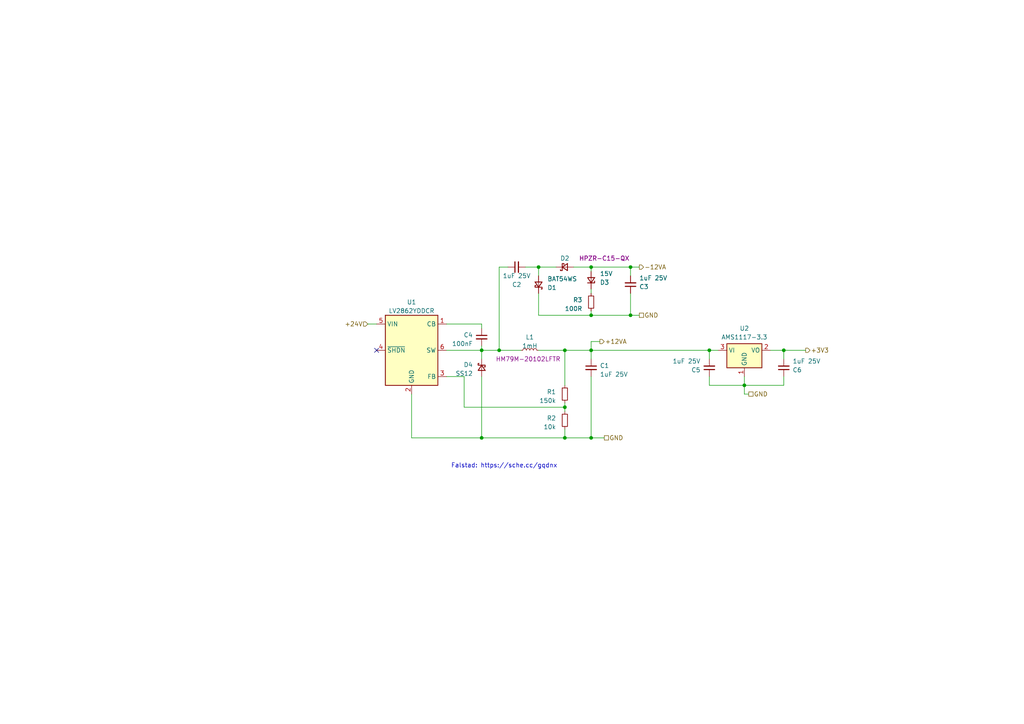
<source format=kicad_sch>
(kicad_sch (version 20230121) (generator eeschema)
  (paper "A4")
  (title_block (title "Power") (date "2023-04-27") (rev "1.0.0") (comment 1 "+12V: 10-50mA") (comment 2 "-12V: 0-15mA") (comment 3 " +5V: 10-50mA"))
  (lib_symbols
    (symbol "Converter_DCDC:LV2862YDDCR"
      (property "Reference" "U" (at 0 15.24 0))
      (property "Value" "LV2862YDDCR" (at 0 12.7 0))
      (symbol "LV2862YDDCR_0_1"
        (rectangle (start -7.62 10.16) (end 7.62 -10.16) (stroke (width 0.254)) (fill (type background)))
      )
      (symbol "LV2862YDDCR_1_1"
        (pin passive line (at 10.16 7.62 180) (length 2.54) (name "CB") (number "1"))
        (pin power_in line (at 0 -12.7 90) (length 2.54) (name "GND") (number "2"))
        (pin input line (at 10.16 -7.62 180) (length 2.54) (name "FB") (number "3"))
        (pin input line (at -10.16 0 0) (length 2.54) (name "~{SHDN}") (number "4"))
        (pin power_in line (at -10.16 7.62 0) (length 2.54) (name "VIN") (number "5"))
        (pin passive line (at 10.16 0 180) (length 2.54) (name "SW") (number "6"))
      )
    )
    (symbol "Device:C_Small" (pin_numbers hide) (pin_names (offset 0.254) hide)
      (property "Reference" "C" (at 0.254 1.778 0))
      (property "Value" "C_Small" (at 0.254 -2.032 0))
      (symbol "C_Small_0_1"
        (polyline (pts (xy -1.524 -0.508) (xy 1.524 -0.508)) (stroke (width 0.3302)))
        (polyline (pts (xy -1.524 0.508) (xy 1.524 0.508)) (stroke (width 0.3048)))
      )
      (symbol "C_Small_1_1"
        (pin passive line (at 0 2.54 270) (length 2.032) (name "~") (number "1"))
        (pin passive line (at 0 -2.54 90) (length 2.032) (name "~") (number "2"))
      )
    )
    (symbol "Device:D_Schottky_Small" (pin_numbers hide) (pin_names (offset 0.254) hide)
      (property "Reference" "D" (at -1.27 2.032 0))
      (property "Value" "D_Schottky_Small" (at -7.112 -2.032 0))
      (symbol "D_Schottky_Small_0_1"
        (polyline (pts (xy -0.762 0) (xy 0.762 0)))
        (polyline (pts (xy 0.762 -1.016) (xy -0.762 0) (xy 0.762 1.016) (xy 0.762 -1.016)) (stroke (width 0.254)))
        (polyline (pts (xy -1.27 0.762) (xy -1.27 1.016) (xy -0.762 1.016) (xy -0.762 -1.016) (xy -0.254 -1.016) (xy -0.254 -0.762)) (stroke (width 0.254)))
      )
      (symbol "D_Schottky_Small_1_1"
        (pin passive line (at -2.54 0 0) (length 1.778) (name "K") (number "1"))
        (pin passive line (at 2.54 0 180) (length 1.778) (name "A") (number "2"))
      )
    )
    (symbol "Device:D_Zener_Small" (pin_numbers hide) (pin_names (offset 0.254) hide)
      (property "Reference" "D" (at 0 2.286 0))
      (property "Value" "D_Zener_Small" (at 0 -2.286 0))
      (symbol "D_Zener_Small_0_1"
        (polyline (pts (xy 0.762 0) (xy -0.762 0)))
        (polyline (pts (xy -0.254 1.016) (xy -0.762 1.016) (xy -0.762 -1.016)) (stroke (width 0.254)))
        (polyline (pts (xy 0.762 1.016) (xy -0.762 0) (xy 0.762 -1.016) (xy 0.762 1.016)) (stroke (width 0.254)))
      )
      (symbol "D_Zener_Small_1_1"
        (pin passive line (at -2.54 0 0) (length 1.778) (name "K") (number "1"))
        (pin passive line (at 2.54 0 180) (length 1.778) (name "A") (number "2"))
      )
    )
    (symbol "Device:L_Small" (pin_numbers hide) (pin_names (offset 0.254) hide)
      (property "Reference" "L" (at 0.762 1.016 0))
      (property "Value" "L_Small" (at 0.762 -1.016 0))
      (symbol "L_Small_0_1"
        (arc (start 0 -2.032) (mid 0.5058 -1.524) (end 0 -1.016))
        (arc (start 0 -1.016) (mid 0.5058 -0.508) (end 0 0))
        (arc (start 0 0) (mid 0.5058 0.508) (end 0 1.016))
        (arc (start 0 1.016) (mid 0.5058 1.524) (end 0 2.032))
      )
      (symbol "L_Small_1_1"
        (pin passive line (at 0 2.54 270) (length 0.508) (name "~") (number "1"))
        (pin passive line (at 0 -2.54 90) (length 0.508) (name "~") (number "2"))
      )
    )
    (symbol "Device:R_Small" (pin_numbers hide) (pin_names (offset 0.254) hide)
      (property "Reference" "R" (at 0.762 0.508 0))
      (property "Value" "R_Small" (at 0.762 -1.016 0))
      (symbol "R_Small_0_1"
        (rectangle (start -0.762 1.778) (end 0.762 -1.778) (stroke (width 0.2032)))
      )
      (symbol "R_Small_1_1"
        (pin passive line (at 0 2.54 270) (length 0.762) (name "~") (number "1"))
        (pin passive line (at 0 -2.54 90) (length 0.762) (name "~") (number "2"))
      )
    )
    (symbol "Regulator_Linear:AMS1117-3.3"
      (property "Reference" "U" (at -3.81 3.175 0))
      (property "Value" "AMS1117-3.3" (at 0 3.175 0))
      (symbol "AMS1117-3.3_0_1"
        (rectangle (start -5.08 -5.08) (end 5.08 1.905) (stroke (width 0.254)) (fill (type background)))
      )
      (symbol "AMS1117-3.3_1_1"
        (pin power_in line (at 0 -7.62 90) (length 2.54) (name "GND") (number "1"))
        (pin power_out line (at 7.62 0 180) (length 2.54) (name "VO") (number "2"))
        (pin power_in line (at -7.62 0 0) (length 2.54) (name "VI") (number "3"))
      )
    )
  )
  (junction (at 156.21 77.47))
  (junction (at 163.83 101.6))
  (junction (at 163.83 127))
  (junction (at 171.45 91.44))
  (junction (at 182.88 91.44))
  (junction (at 171.45 127))
  (junction (at 171.45 101.6))
  (junction (at 182.88 77.47))
  (junction (at 144.78 101.6))
  (junction (at 171.45 77.47))
  (junction (at 163.83 118.11))
  (junction (at 205.74 101.6))
  (junction (at 227.33 101.6))
  (junction (at 139.7 127))
  (junction (at 139.7 101.6))
  (junction (at 215.9 111.76))
  (no_connect (at 109.22 101.6))
  (wire (pts (xy 171.45 127) (xy 175.26 127)))
  (wire (pts (xy 171.45 91.44) (xy 182.88 91.44)))
  (wire (pts (xy 139.7 101.6) (xy 139.7 104.14)))
  (wire (pts (xy 223.52 101.6) (xy 227.33 101.6)))
  (wire (pts (xy 134.62 118.11) (xy 134.62 109.22)))
  (wire (pts (xy 171.45 99.06) (xy 171.45 101.6)))
  (wire (pts (xy 139.7 100.33) (xy 139.7 101.6)))
  (wire (pts (xy 171.45 91.44) (xy 156.21 91.44)))
  (wire (pts (xy 106.68 93.98) (xy 109.22 93.98)))
  (wire (pts (xy 163.83 118.11) (xy 134.62 118.11)))
  (wire (pts (xy 185.42 91.44) (xy 182.88 91.44)))
  (wire (pts (xy 171.45 127) (xy 163.83 127)))
  (wire (pts (xy 144.78 77.47) (xy 144.78 101.6)))
  (wire (pts (xy 139.7 93.98) (xy 129.54 93.98)))
  (wire (pts (xy 215.9 111.76) (xy 205.74 111.76)))
  (wire (pts (xy 171.45 101.6) (xy 205.74 101.6)))
  (wire (pts (xy 171.45 90.17) (xy 171.45 91.44)))
  (wire (pts (xy 227.33 101.6) (xy 227.33 104.14)))
  (wire (pts (xy 139.7 127) (xy 119.38 127)))
  (wire (pts (xy 163.83 116.84) (xy 163.83 118.11)))
  (wire (pts (xy 182.88 77.47) (xy 185.42 77.47)))
  (wire (pts (xy 156.21 77.47) (xy 156.21 80.01)))
  (wire (pts (xy 227.33 101.6) (xy 233.68 101.6)))
  (wire (pts (xy 215.9 114.3) (xy 217.17 114.3)))
  (wire (pts (xy 182.88 77.47) (xy 182.88 80.01)))
  (wire (pts (xy 152.4 77.47) (xy 156.21 77.47)))
  (wire (pts (xy 139.7 95.25) (xy 139.7 93.98)))
  (wire (pts (xy 227.33 111.76) (xy 215.9 111.76)))
  (wire (pts (xy 227.33 109.22) (xy 227.33 111.76)))
  (wire (pts (xy 161.29 77.47) (xy 156.21 77.47)))
  (wire (pts (xy 163.83 127) (xy 163.83 124.46)))
  (wire (pts (xy 163.83 101.6) (xy 163.83 111.76)))
  (wire (pts (xy 163.83 127) (xy 139.7 127)))
  (wire (pts (xy 171.45 101.6) (xy 171.45 104.14)))
  (wire (pts (xy 139.7 101.6) (xy 144.78 101.6)))
  (wire (pts (xy 163.83 101.6) (xy 171.45 101.6)))
  (wire (pts (xy 215.9 109.22) (xy 215.9 111.76)))
  (wire (pts (xy 119.38 114.3) (xy 119.38 127)))
  (wire (pts (xy 163.83 118.11) (xy 163.83 119.38)))
  (wire (pts (xy 171.45 99.06) (xy 173.99 99.06)))
  (wire (pts (xy 215.9 114.3) (xy 215.9 111.76)))
  (wire (pts (xy 182.88 85.09) (xy 182.88 91.44)))
  (wire (pts (xy 139.7 109.22) (xy 139.7 127)))
  (wire (pts (xy 171.45 83.82) (xy 171.45 85.09)))
  (wire (pts (xy 144.78 77.47) (xy 147.32 77.47)))
  (wire (pts (xy 205.74 109.22) (xy 205.74 111.76)))
  (wire (pts (xy 205.74 101.6) (xy 205.74 104.14)))
  (wire (pts (xy 134.62 109.22) (xy 129.54 109.22)))
  (wire (pts (xy 171.45 77.47) (xy 171.45 78.74)))
  (wire (pts (xy 205.74 101.6) (xy 208.28 101.6)))
  (wire (pts (xy 166.37 77.47) (xy 171.45 77.47)))
  (wire (pts (xy 144.78 101.6) (xy 151.13 101.6)))
  (wire (pts (xy 171.45 77.47) (xy 182.88 77.47)))
  (wire (pts (xy 139.7 101.6) (xy 129.54 101.6)))
  (wire (pts (xy 171.45 109.22) (xy 171.45 127)))
  (wire (pts (xy 156.21 91.44) (xy 156.21 85.09)))
  (wire (pts (xy 156.21 101.6) (xy 163.83 101.6)))
  (text "Falstad: https://sche.cc/gqdnx" (at 130.81 135.89 0) (effects (font (size 1.27 1.27)) (justify left bottom)))
  (hierarchical_label "GND" (shape passive) (at 175.26 127 0))
  (hierarchical_label "+12VA" (shape output) (at 173.99 99.06 0))
  (hierarchical_label "GND" (shape passive) (at 185.42 91.44 0))
  (hierarchical_label "-12VA" (shape output) (at 185.42 77.47 0))
  (hierarchical_label "+24V" (shape input) (at 106.68 93.98 180))
  (hierarchical_label "GND" (shape passive) (at 217.17 114.3 0))
  (hierarchical_label "+3V3" (shape output) (at 233.68 101.6 0))
  (symbol (lib_id "Device:D_Schottky_Small") (at 163.83 77.47 0) (mirror x) (unit 1)
    (property "Reference" "D2" (at 163.83 74.93 0))
    (property "Value" "BAT54WS" (effects hide))
    (property "Footprint" "Diode_SMD:D_SOD-323_HandSoldering" (effects hide))
  )
  (symbol (lib_id "Regulator_Linear:AMS1117-3.3") (at 215.9 101.6 0) (unit 1)
    (property "Reference" "U2" (at 215.9 95.25 0))
    (property "Value" "AMS1117-3.3" (at 215.9 97.79 0))
    (property "Footprint" "Package_TO_SOT_SMD:SOT-223-3_TabPin2" (effects hide))
    (property "Datasheet" "http://www.advanced-monolithic.com/pdf/ds1117.pdf" (effects hide))
  )
  (symbol (lib_id "Device:L_Small") (at 153.67 101.6 90) (unit 1)
    (property "Reference" "L1" (at 153.67 97.79 90))
    (property "Value" "1mH" (at 153.67 100.33 90))
    (property "Footprint" "Inductor_SMD:L_TracoPower_TCK-047_5.2x5.8mm" (effects hide))
    (property "MPN" "HM79M-20102LFTR " (at 153.67 104.14 90))
  )
  (symbol (lib_id "Device:D_Schottky_Small") (at 156.21 82.55 270) (mirror x) (unit 1)
    (property "Reference" "D1" (at 158.75 83.439 90) (effects (justify left)))
    (property "Value" "BAT54WS" (at 158.75 80.899 90) (effects (justify left)))
    (property "Footprint" "Diode_SMD:D_SOD-323_HandSoldering" (effects hide))
  )
  (symbol (lib_id "Device:C_Small") (at 205.74 106.68 180) (unit 1)
    (property "Reference" "C5" (at 203.2 107.3087 0) (effects (justify left)))
    (property "Value" "1uF 25V" (at 203.2 104.7687 0) (effects (justify left)))
    (property "Footprint" "Capacitor_SMD:C_0603_1608Metric_Pad1.08x0.95mm_HandSolder" (effects hide))
  )
  (symbol (lib_id "Device:D_Schottky_Small") (at 139.7 106.68 90) (mirror x) (unit 1)
    (property "Reference" "D4" (at 137.16 105.791 90) (effects (justify left)))
    (property "Value" "SS12" (at 137.16 108.331 90) (effects (justify left)))
    (property "Footprint" "Diode_SMD:D_SMA_Handsoldering" (effects hide))
  )
  (symbol (lib_id "Device:C_Small") (at 139.7 97.79 0) (mirror y) (unit 1)
    (property "Reference" "C4" (at 137.16 97.1613 0) (effects (justify left)))
    (property "Value" "100nF" (at 137.16 99.7013 0) (effects (justify left)))
    (property "Footprint" "Capacitor_SMD:C_0603_1608Metric_Pad1.08x0.95mm_HandSolder" (effects hide))
  )
  (symbol (lib_id "Device:C_Small") (at 182.88 82.55 0) (mirror x) (unit 1)
    (property "Reference" "C3" (at 185.42 83.1787 0) (effects (justify left)))
    (property "Value" "1uF 25V" (at 185.42 80.6387 0) (effects (justify left)))
    (property "Footprint" "Capacitor_SMD:C_0603_1608Metric_Pad1.08x0.95mm_HandSolder" (effects hide))
  )
  (symbol (lib_id "Device:R_Small") (at 171.45 87.63 0) (unit 1)
    (property "Reference" "R3" (at 168.91 86.995 0) (effects (justify right)))
    (property "Value" "100R" (at 168.91 89.535 0) (effects (justify right)))
    (property "Footprint" "Resistor_SMD:R_0603_1608Metric_Pad0.98x0.95mm_HandSolder" (effects hide))
  )
  (symbol (lib_id "Device:R_Small") (at 163.83 114.3 0) (unit 1)
    (property "Reference" "R1" (at 161.29 113.665 0) (effects (justify right)))
    (property "Value" "150k" (at 161.29 116.205 0) (effects (justify right)))
    (property "Footprint" "Resistor_SMD:R_0603_1608Metric_Pad0.98x0.95mm_HandSolder" (effects hide))
  )
  (symbol (lib_id "Device:C_Small") (at 227.33 106.68 0) (mirror x) (unit 1)
    (property "Reference" "C6" (at 229.87 107.3087 0) (effects (justify left)))
    (property "Value" "1uF 25V" (at 229.87 104.7687 0) (effects (justify left)))
    (property "Footprint" "Capacitor_SMD:C_0603_1608Metric_Pad1.08x0.95mm_HandSolder" (effects hide))
  )
  (symbol (lib_id "Device:D_Zener_Small") (at 171.45 81.28 270) (mirror x) (unit 1)
    (property "Reference" "D3" (at 173.99 81.915 90) (effects (justify left)))
    (property "Value" "15V" (at 173.99 79.375 90) (effects (justify left)))
    (property "Footprint" "Diode_SMD:D_SOD-123" (effects hide))
    (property "MPN" "HPZR-C15-QX" (at 175.26 74.93 90))
  )
  (symbol (lib_id "Converter_DCDC:LV2862YDDCR") (at 119.38 101.6 0) (unit 1)
    (property "Reference" "U1" (at 119.38 87.63 0))
    (property "Value" "LV2862YDDCR" (at 119.38 90.17 0))
    (property "Footprint" "Package_TO_SOT_SMD:SOT-23-6" (effects hide))
    (property "Datasheet" "https://www.ti.com/lit/ds/symlink/lv2862.pdf" (effects hide))
  )
  (symbol (lib_id "Device:R_Small") (at 163.83 121.92 0) (unit 1)
    (property "Reference" "R2" (at 161.29 121.285 0) (effects (justify right)))
    (property "Value" "10k" (at 161.29 123.825 0) (effects (justify right)))
    (property "Footprint" "Resistor_SMD:R_0603_1608Metric_Pad0.98x0.95mm_HandSolder" (effects hide))
  )
  (symbol (lib_id "Device:C_Small") (at 149.86 77.47 90) (mirror x) (unit 1)
    (property "Reference" "C2" (at 149.8663 82.55 90))
    (property "Value" "1uF 25V" (at 149.8663 80.01 90))
    (property "Footprint" "Capacitor_SMD:C_0603_1608Metric_Pad1.08x0.95mm_HandSolder" (effects hide))
  )
  (symbol (lib_id "Device:C_Small") (at 171.45 106.68 0) (unit 1)
    (property "Reference" "C1" (at 173.99 106.0513 0) (effects (justify left)))
    (property "Value" "1uF 25V" (at 173.99 108.5913 0) (effects (justify left)))
    (property "Footprint" "Capacitor_SMD:C_0603_1608Metric_Pad1.08x0.95mm_HandSolder" (effects hide))
  )
)
</source>
